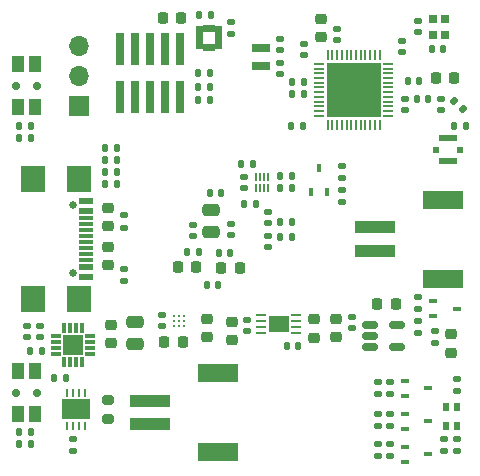
<source format=gts>
G04 #@! TF.GenerationSoftware,KiCad,Pcbnew,(6.0.0)*
G04 #@! TF.CreationDate,2022-06-18T15:13:31-07:00*
G04 #@! TF.ProjectId,max86141_Rev_A,6d617838-3631-4343-915f-5265765f412e,A*
G04 #@! TF.SameCoordinates,Original*
G04 #@! TF.FileFunction,Soldermask,Top*
G04 #@! TF.FilePolarity,Negative*
%FSLAX46Y46*%
G04 Gerber Fmt 4.6, Leading zero omitted, Abs format (unit mm)*
G04 Created by KiCad (PCBNEW (6.0.0)) date 2022-06-18 15:13:31*
%MOMM*%
%LPD*%
G01*
G04 APERTURE LIST*
G04 Aperture macros list*
%AMRoundRect*
0 Rectangle with rounded corners*
0 $1 Rounding radius*
0 $2 $3 $4 $5 $6 $7 $8 $9 X,Y pos of 4 corners*
0 Add a 4 corners polygon primitive as box body*
4,1,4,$2,$3,$4,$5,$6,$7,$8,$9,$2,$3,0*
0 Add four circle primitives for the rounded corners*
1,1,$1+$1,$2,$3*
1,1,$1+$1,$4,$5*
1,1,$1+$1,$6,$7*
1,1,$1+$1,$8,$9*
0 Add four rect primitives between the rounded corners*
20,1,$1+$1,$2,$3,$4,$5,0*
20,1,$1+$1,$4,$5,$6,$7,0*
20,1,$1+$1,$6,$7,$8,$9,0*
20,1,$1+$1,$8,$9,$2,$3,0*%
G04 Aperture macros list end*
%ADD10C,0.010000*%
%ADD11RoundRect,0.135000X-0.185000X0.135000X-0.185000X-0.135000X0.185000X-0.135000X0.185000X0.135000X0*%
%ADD12RoundRect,0.135000X-0.135000X-0.185000X0.135000X-0.185000X0.135000X0.185000X-0.135000X0.185000X0*%
%ADD13RoundRect,0.225000X0.225000X0.250000X-0.225000X0.250000X-0.225000X-0.250000X0.225000X-0.250000X0*%
%ADD14RoundRect,0.140000X-0.140000X-0.170000X0.140000X-0.170000X0.140000X0.170000X-0.140000X0.170000X0*%
%ADD15R,0.700000X0.450000*%
%ADD16R,0.600000X0.600000*%
%ADD17R,1.580000X0.580000*%
%ADD18R,0.500000X0.500000*%
%ADD19RoundRect,0.140000X0.170000X-0.140000X0.170000X0.140000X-0.170000X0.140000X-0.170000X-0.140000X0*%
%ADD20RoundRect,0.135000X0.135000X0.185000X-0.135000X0.185000X-0.135000X-0.185000X0.135000X-0.185000X0*%
%ADD21R,0.550000X0.800000*%
%ADD22R,0.450000X0.700000*%
%ADD23RoundRect,0.007800X0.122200X-0.422200X0.122200X0.422200X-0.122200X0.422200X-0.122200X-0.422200X0*%
%ADD24RoundRect,0.007800X0.422200X-0.122200X0.422200X0.122200X-0.422200X0.122200X-0.422200X-0.122200X0*%
%ADD25R,1.680000X1.680000*%
%ADD26RoundRect,0.225000X0.250000X-0.225000X0.250000X0.225000X-0.250000X0.225000X-0.250000X-0.225000X0*%
%ADD27RoundRect,0.140000X-0.170000X0.140000X-0.170000X-0.140000X0.170000X-0.140000X0.170000X0.140000X0*%
%ADD28RoundRect,0.225000X-0.225000X-0.250000X0.225000X-0.250000X0.225000X0.250000X-0.225000X0.250000X0*%
%ADD29RoundRect,0.135000X0.185000X-0.135000X0.185000X0.135000X-0.185000X0.135000X-0.185000X-0.135000X0*%
%ADD30R,0.740000X2.790000*%
%ADD31C,0.700000*%
%ADD32R,1.050000X1.400000*%
%ADD33RoundRect,0.250000X0.475000X-0.250000X0.475000X0.250000X-0.475000X0.250000X-0.475000X-0.250000X0*%
%ADD34R,3.500000X1.000000*%
%ADD35R,3.400001X1.500000*%
%ADD36RoundRect,0.140000X0.140000X0.170000X-0.140000X0.170000X-0.140000X-0.170000X0.140000X-0.170000X0*%
%ADD37RoundRect,0.225000X-0.250000X0.225000X-0.250000X-0.225000X0.250000X-0.225000X0.250000X0.225000X0*%
%ADD38R,0.700000X0.750000*%
%ADD39RoundRect,0.147500X-0.147500X-0.172500X0.147500X-0.172500X0.147500X0.172500X-0.147500X0.172500X0*%
%ADD40RoundRect,0.050000X-0.350000X-0.050000X0.350000X-0.050000X0.350000X0.050000X-0.350000X0.050000X0*%
%ADD41RoundRect,0.050000X-0.050000X-0.350000X0.050000X-0.350000X0.050000X0.350000X-0.050000X0.350000X0*%
%ADD42R,4.600000X4.600000*%
%ADD43RoundRect,0.150000X-0.512500X-0.150000X0.512500X-0.150000X0.512500X0.150000X-0.512500X0.150000X0*%
%ADD44RoundRect,0.218750X0.256250X-0.218750X0.256250X0.218750X-0.256250X0.218750X-0.256250X-0.218750X0*%
%ADD45C,0.650000*%
%ADD46R,1.150000X0.600000*%
%ADD47R,1.150000X0.300000*%
%ADD48R,2.000000X2.180000*%
%ADD49RoundRect,0.062500X-0.337500X-0.062500X0.337500X-0.062500X0.337500X0.062500X-0.337500X0.062500X0*%
%ADD50R,1.700000X1.400000*%
%ADD51R,1.500000X0.800000*%
%ADD52R,1.700000X1.700000*%
%ADD53O,1.700000X1.700000*%
%ADD54RoundRect,0.147500X0.147500X0.172500X-0.147500X0.172500X-0.147500X-0.172500X0.147500X-0.172500X0*%
%ADD55R,0.250000X0.700000*%
%ADD56R,2.380000X1.660000*%
%ADD57R,0.203200X0.660400*%
%ADD58RoundRect,0.218750X0.218750X0.256250X-0.218750X0.256250X-0.218750X-0.256250X0.218750X-0.256250X0*%
%ADD59C,0.315000*%
%ADD60RoundRect,0.200000X-0.275000X0.200000X-0.275000X-0.200000X0.275000X-0.200000X0.275000X0.200000X0*%
%ADD61RoundRect,0.135000X0.226274X0.035355X0.035355X0.226274X-0.226274X-0.035355X-0.035355X-0.226274X0*%
G04 APERTURE END LIST*
D10*
X146880000Y-93356000D02*
X146370000Y-93356000D01*
X146370000Y-93356000D02*
X146370000Y-92976000D01*
X146370000Y-92976000D02*
X146880000Y-92976000D01*
X146880000Y-92976000D02*
X146880000Y-93356000D01*
G36*
X146880000Y-93356000D02*
G01*
X146370000Y-93356000D01*
X146370000Y-92976000D01*
X146880000Y-92976000D01*
X146880000Y-93356000D01*
G37*
X146880000Y-93356000D02*
X146370000Y-93356000D01*
X146370000Y-92976000D01*
X146880000Y-92976000D01*
X146880000Y-93356000D01*
X148510000Y-92856000D02*
X148000000Y-92856000D01*
X148000000Y-92856000D02*
X148000000Y-92476000D01*
X148000000Y-92476000D02*
X148510000Y-92476000D01*
X148510000Y-92476000D02*
X148510000Y-92856000D01*
G36*
X148510000Y-92856000D02*
G01*
X148000000Y-92856000D01*
X148000000Y-92476000D01*
X148510000Y-92476000D01*
X148510000Y-92856000D01*
G37*
X148510000Y-92856000D02*
X148000000Y-92856000D01*
X148000000Y-92476000D01*
X148510000Y-92476000D01*
X148510000Y-92856000D01*
X147880000Y-92356000D02*
X147500000Y-92356000D01*
X147500000Y-92356000D02*
X147500000Y-91846000D01*
X147500000Y-91846000D02*
X147880000Y-91846000D01*
X147880000Y-91846000D02*
X147880000Y-92356000D01*
G36*
X147880000Y-92356000D02*
G01*
X147500000Y-92356000D01*
X147500000Y-91846000D01*
X147880000Y-91846000D01*
X147880000Y-92356000D01*
G37*
X147880000Y-92356000D02*
X147500000Y-92356000D01*
X147500000Y-91846000D01*
X147880000Y-91846000D01*
X147880000Y-92356000D01*
X147880000Y-93986000D02*
X147500000Y-93986000D01*
X147500000Y-93986000D02*
X147500000Y-93476000D01*
X147500000Y-93476000D02*
X147880000Y-93476000D01*
X147880000Y-93476000D02*
X147880000Y-93986000D01*
G36*
X147880000Y-93986000D02*
G01*
X147500000Y-93986000D01*
X147500000Y-93476000D01*
X147880000Y-93476000D01*
X147880000Y-93986000D01*
G37*
X147880000Y-93986000D02*
X147500000Y-93986000D01*
X147500000Y-93476000D01*
X147880000Y-93476000D01*
X147880000Y-93986000D01*
X147380000Y-92356000D02*
X147000000Y-92356000D01*
X147000000Y-92356000D02*
X147000000Y-91846000D01*
X147000000Y-91846000D02*
X147380000Y-91846000D01*
X147380000Y-91846000D02*
X147380000Y-92356000D01*
G36*
X147380000Y-92356000D02*
G01*
X147000000Y-92356000D01*
X147000000Y-91846000D01*
X147380000Y-91846000D01*
X147380000Y-92356000D01*
G37*
X147380000Y-92356000D02*
X147000000Y-92356000D01*
X147000000Y-91846000D01*
X147380000Y-91846000D01*
X147380000Y-92356000D01*
X147380000Y-93986000D02*
X147000000Y-93986000D01*
X147000000Y-93986000D02*
X147000000Y-93476000D01*
X147000000Y-93476000D02*
X147380000Y-93476000D01*
X147380000Y-93476000D02*
X147380000Y-93986000D01*
G36*
X147380000Y-93986000D02*
G01*
X147000000Y-93986000D01*
X147000000Y-93476000D01*
X147380000Y-93476000D01*
X147380000Y-93986000D01*
G37*
X147380000Y-93986000D02*
X147000000Y-93986000D01*
X147000000Y-93476000D01*
X147380000Y-93476000D01*
X147380000Y-93986000D01*
X146880000Y-92356000D02*
X146370000Y-92356000D01*
X146370000Y-92356000D02*
X146370000Y-91976000D01*
X146370000Y-91976000D02*
X146880000Y-91976000D01*
X146880000Y-91976000D02*
X146880000Y-92356000D01*
G36*
X146880000Y-92356000D02*
G01*
X146370000Y-92356000D01*
X146370000Y-91976000D01*
X146880000Y-91976000D01*
X146880000Y-92356000D01*
G37*
X146880000Y-92356000D02*
X146370000Y-92356000D01*
X146370000Y-91976000D01*
X146880000Y-91976000D01*
X146880000Y-92356000D01*
X148510000Y-93856000D02*
X148000000Y-93856000D01*
X148000000Y-93856000D02*
X148000000Y-93476000D01*
X148000000Y-93476000D02*
X148510000Y-93476000D01*
X148510000Y-93476000D02*
X148510000Y-93856000D01*
G36*
X148510000Y-93856000D02*
G01*
X148000000Y-93856000D01*
X148000000Y-93476000D01*
X148510000Y-93476000D01*
X148510000Y-93856000D01*
G37*
X148510000Y-93856000D02*
X148000000Y-93856000D01*
X148000000Y-93476000D01*
X148510000Y-93476000D01*
X148510000Y-93856000D01*
X146880000Y-93856000D02*
X146370000Y-93856000D01*
X146370000Y-93856000D02*
X146370000Y-93476000D01*
X146370000Y-93476000D02*
X146880000Y-93476000D01*
X146880000Y-93476000D02*
X146880000Y-93856000D01*
G36*
X146880000Y-93856000D02*
G01*
X146370000Y-93856000D01*
X146370000Y-93476000D01*
X146880000Y-93476000D01*
X146880000Y-93856000D01*
G37*
X146880000Y-93856000D02*
X146370000Y-93856000D01*
X146370000Y-93476000D01*
X146880000Y-93476000D01*
X146880000Y-93856000D01*
X148510000Y-93356000D02*
X148000000Y-93356000D01*
X148000000Y-93356000D02*
X148000000Y-92976000D01*
X148000000Y-92976000D02*
X148510000Y-92976000D01*
X148510000Y-92976000D02*
X148510000Y-93356000D01*
G36*
X148510000Y-93356000D02*
G01*
X148000000Y-93356000D01*
X148000000Y-92976000D01*
X148510000Y-92976000D01*
X148510000Y-93356000D01*
G37*
X148510000Y-93356000D02*
X148000000Y-93356000D01*
X148000000Y-92976000D01*
X148510000Y-92976000D01*
X148510000Y-93356000D01*
X148510000Y-92356000D02*
X148000000Y-92356000D01*
X148000000Y-92356000D02*
X148000000Y-91976000D01*
X148000000Y-91976000D02*
X148510000Y-91976000D01*
X148510000Y-91976000D02*
X148510000Y-92356000D01*
G36*
X148510000Y-92356000D02*
G01*
X148000000Y-92356000D01*
X148000000Y-91976000D01*
X148510000Y-91976000D01*
X148510000Y-92356000D01*
G37*
X148510000Y-92356000D02*
X148000000Y-92356000D01*
X148000000Y-91976000D01*
X148510000Y-91976000D01*
X148510000Y-92356000D01*
X146880000Y-92856000D02*
X146370000Y-92856000D01*
X146370000Y-92856000D02*
X146370000Y-92476000D01*
X146370000Y-92476000D02*
X146880000Y-92476000D01*
X146880000Y-92476000D02*
X146880000Y-92856000D01*
G36*
X146880000Y-92856000D02*
G01*
X146370000Y-92856000D01*
X146370000Y-92476000D01*
X146880000Y-92476000D01*
X146880000Y-92856000D01*
G37*
X146880000Y-92856000D02*
X146370000Y-92856000D01*
X146370000Y-92476000D01*
X146880000Y-92476000D01*
X146880000Y-92856000D01*
D11*
X165179000Y-114885000D03*
X165179000Y-115905000D03*
D12*
X146508000Y-95964000D03*
X147528000Y-95964000D03*
X154509000Y-97742000D03*
X155529000Y-97742000D03*
X138634000Y-104346000D03*
X139654000Y-104346000D03*
D13*
X146396000Y-112347000D03*
X144846000Y-112347000D03*
D14*
X166322000Y-93932000D03*
X167282000Y-93932000D03*
D11*
X140258800Y-112520000D03*
X140258800Y-113540000D03*
X162766000Y-124791000D03*
X162766000Y-125811000D03*
D15*
X166465000Y-115253000D03*
X166465000Y-116553000D03*
X168465000Y-115903000D03*
D16*
X168719000Y-102441000D03*
D17*
X167719000Y-103401000D03*
D18*
X166719000Y-102441000D03*
D17*
X167719000Y-101481000D03*
D19*
X146129000Y-109779000D03*
X146129000Y-108819000D03*
D20*
X154513000Y-108537000D03*
X153493000Y-108537000D03*
D21*
X167550000Y-125800000D03*
X168450000Y-125800000D03*
X168450000Y-124200000D03*
X167550000Y-124200000D03*
D22*
X156147000Y-105981000D03*
X157447000Y-105981000D03*
X156797000Y-103981000D03*
D12*
X132284000Y-119459000D03*
X133304000Y-119459000D03*
D13*
X145126000Y-91265000D03*
X143576000Y-91265000D03*
D23*
X135219000Y-120386000D03*
X135719000Y-120386000D03*
X136219000Y-120386000D03*
X136719000Y-120386000D03*
D24*
X137404000Y-119701000D03*
X137404000Y-119201000D03*
X137404000Y-118701000D03*
X137404000Y-118201000D03*
D23*
X136719000Y-117516000D03*
X136219000Y-117516000D03*
X135719000Y-117516000D03*
X135219000Y-117516000D03*
D24*
X134534000Y-118201000D03*
X134534000Y-118701000D03*
X134534000Y-119201000D03*
X134534000Y-119701000D03*
D25*
X135969000Y-118951000D03*
D19*
X163782000Y-94158000D03*
X163782000Y-93198000D03*
D26*
X156924000Y-92929000D03*
X156924000Y-91379000D03*
D20*
X154513000Y-109807000D03*
X153493000Y-109807000D03*
D19*
X153495000Y-96051000D03*
X153495000Y-95091000D03*
D27*
X149304000Y-108692000D03*
X149304000Y-109652000D03*
D19*
X143462000Y-117399000D03*
X143462000Y-116439000D03*
D11*
X162766000Y-122124000D03*
X162766000Y-123144000D03*
D12*
X138634000Y-102314000D03*
X139654000Y-102314000D03*
D28*
X148529000Y-112474000D03*
X150079000Y-112474000D03*
D29*
X161750000Y-128351000D03*
X161750000Y-127331000D03*
D15*
X164052000Y-124778000D03*
X164052000Y-126078000D03*
X166052000Y-125428000D03*
D27*
X159591000Y-116566000D03*
X159591000Y-117526000D03*
D30*
X144985994Y-93928994D03*
X144985994Y-97998994D03*
X143715994Y-93928994D03*
X143715994Y-97998994D03*
X142445994Y-93928994D03*
X142445994Y-97998994D03*
X141175994Y-93928994D03*
X141175994Y-97998994D03*
X139905994Y-93928994D03*
X139905994Y-97998994D03*
D14*
X146665000Y-91011000D03*
X147625000Y-91011000D03*
D31*
X132900000Y-123000000D03*
X131100000Y-123000000D03*
D32*
X132725000Y-121200000D03*
X131275000Y-121200000D03*
X131275000Y-124800000D03*
X132725000Y-124800000D03*
D12*
X146510000Y-98250000D03*
X147530000Y-98250000D03*
D33*
X147653000Y-109426000D03*
X147653000Y-107526000D03*
D27*
X165179000Y-91547000D03*
X165179000Y-92507000D03*
D34*
X161567000Y-111000000D03*
X161567000Y-109000000D03*
D35*
X167317001Y-106649999D03*
X167317001Y-113350001D03*
D11*
X158702000Y-105868000D03*
X158702000Y-106888000D03*
D13*
X163287000Y-115522000D03*
X161737000Y-115522000D03*
D36*
X146609000Y-111077000D03*
X145649000Y-111077000D03*
D29*
X158702000Y-104856000D03*
X158702000Y-103836000D03*
D27*
X153495000Y-93059000D03*
X153495000Y-94019000D03*
D12*
X154509000Y-96726000D03*
X155529000Y-96726000D03*
D20*
X132437600Y-127355600D03*
X131417600Y-127355600D03*
D29*
X135969000Y-127970000D03*
X135969000Y-126950000D03*
D27*
X164036000Y-98151000D03*
X164036000Y-99111000D03*
D37*
X138890000Y-107381000D03*
X138890000Y-108931000D03*
D26*
X139144000Y-118837000D03*
X139144000Y-117287000D03*
D38*
X166440500Y-91352000D03*
X166440500Y-92702000D03*
X167440500Y-92702000D03*
X167440500Y-91352000D03*
D20*
X151194000Y-103672900D03*
X150174000Y-103672900D03*
D19*
X152479000Y-108636000D03*
X152479000Y-107676000D03*
D39*
X147295000Y-113871000D03*
X148265000Y-113871000D03*
D40*
X156768000Y-95161000D03*
X156768000Y-95561000D03*
X156768000Y-95961000D03*
X156768000Y-96361000D03*
X156768000Y-96761000D03*
X156768000Y-97161000D03*
X156768000Y-97561000D03*
X156768000Y-97961000D03*
X156768000Y-98361000D03*
X156768000Y-98761000D03*
X156768000Y-99161000D03*
X156768000Y-99561000D03*
D41*
X157518000Y-100311000D03*
X157918000Y-100311000D03*
X158318000Y-100311000D03*
X158718000Y-100311000D03*
X159118000Y-100311000D03*
X159518000Y-100311000D03*
X159918000Y-100311000D03*
X160318000Y-100311000D03*
X160718000Y-100311000D03*
X161118000Y-100311000D03*
X161518000Y-100311000D03*
X161918000Y-100311000D03*
D40*
X162668000Y-99561000D03*
X162668000Y-99161000D03*
X162668000Y-98761000D03*
X162668000Y-98361000D03*
X162668000Y-97961000D03*
X162668000Y-97561000D03*
X162668000Y-97161000D03*
X162668000Y-96761000D03*
X162668000Y-96361000D03*
X162668000Y-95961000D03*
X162668000Y-95561000D03*
X162668000Y-95161000D03*
D41*
X161918000Y-94411000D03*
X161518000Y-94411000D03*
X161118000Y-94411000D03*
X160718000Y-94411000D03*
X160318000Y-94411000D03*
X159918000Y-94411000D03*
X159518000Y-94411000D03*
X159118000Y-94411000D03*
X158718000Y-94411000D03*
X158318000Y-94411000D03*
X157918000Y-94411000D03*
X157518000Y-94411000D03*
D42*
X159718000Y-97361000D03*
D43*
X161120500Y-117239000D03*
X161120500Y-118189000D03*
X161120500Y-119139000D03*
X163395500Y-119139000D03*
X163395500Y-117239000D03*
D11*
X168481000Y-126950000D03*
X168481000Y-127970000D03*
D27*
X150430000Y-104716900D03*
X150430000Y-105676900D03*
D36*
X151435000Y-107013000D03*
X150475000Y-107013000D03*
D27*
X152479000Y-109708000D03*
X152479000Y-110668000D03*
D44*
X168000000Y-119611500D03*
X168000000Y-118036500D03*
D14*
X131425000Y-100409000D03*
X132385000Y-100409000D03*
D12*
X134316000Y-121745000D03*
X135336000Y-121745000D03*
D11*
X167338000Y-126950000D03*
X167338000Y-127970000D03*
D45*
X136000000Y-107110000D03*
X136000000Y-112890000D03*
D46*
X137075000Y-106800000D03*
X137075000Y-107600000D03*
D47*
X137075000Y-108750000D03*
X137075000Y-109750000D03*
X137075000Y-110250000D03*
X137075000Y-111250000D03*
D46*
X137075000Y-113200000D03*
X137075000Y-112400000D03*
D47*
X137075000Y-111750000D03*
X137075000Y-110750000D03*
X137075000Y-109250000D03*
X137075000Y-108250000D03*
D48*
X132570000Y-115110000D03*
X136500000Y-115110000D03*
X136500000Y-104890000D03*
X132570000Y-104890000D03*
D26*
X147272000Y-118329000D03*
X147272000Y-116779000D03*
D36*
X148514000Y-106124000D03*
X147554000Y-106124000D03*
D12*
X146508000Y-97107000D03*
X147528000Y-97107000D03*
D49*
X151918000Y-116423000D03*
X151918000Y-116923000D03*
X151918000Y-117423000D03*
X151918000Y-117923000D03*
X154818000Y-117923000D03*
X154818000Y-117423000D03*
X154818000Y-116923000D03*
X154818000Y-116423000D03*
D50*
X153368000Y-117173000D03*
D11*
X162766000Y-127331000D03*
X162766000Y-128351000D03*
D36*
X165278000Y-96599000D03*
X164318000Y-96599000D03*
D15*
X164052000Y-121984000D03*
X164052000Y-123284000D03*
X166052000Y-122634000D03*
D36*
X155420000Y-100457000D03*
X154460000Y-100457000D03*
D14*
X131425000Y-126317000D03*
X132385000Y-126317000D03*
D33*
X141176000Y-118885000D03*
X141176000Y-116985000D03*
D34*
X142517000Y-125666000D03*
X142517000Y-123666000D03*
D35*
X148267001Y-128016001D03*
X148267001Y-121315999D03*
D27*
X158321000Y-92182000D03*
X158321000Y-93142000D03*
D11*
X165179000Y-116917000D03*
X165179000Y-117937000D03*
D51*
X151844000Y-95305000D03*
X151844000Y-93805000D03*
D11*
X161750000Y-122124000D03*
X161750000Y-123144000D03*
D12*
X138634000Y-103330000D03*
X139654000Y-103330000D03*
D26*
X138890000Y-112233000D03*
X138890000Y-110683000D03*
D27*
X133175000Y-117328000D03*
X133175000Y-118288000D03*
X155527000Y-93452000D03*
X155527000Y-94412000D03*
D20*
X154496000Y-105704900D03*
X153476000Y-105704900D03*
D27*
X132032000Y-117328000D03*
X132032000Y-118288000D03*
D29*
X168481000Y-122890000D03*
X168481000Y-121870000D03*
D15*
X164052000Y-127572000D03*
X164052000Y-128872000D03*
X166052000Y-128222000D03*
D52*
X136477000Y-98743000D03*
D53*
X136477000Y-96203000D03*
X136477000Y-93663000D03*
D11*
X140309600Y-107998800D03*
X140309600Y-109018800D03*
D54*
X166045000Y-98123000D03*
X165075000Y-98123000D03*
D37*
X158194000Y-116779000D03*
X158194000Y-118329000D03*
X156342000Y-116783000D03*
X156342000Y-118333000D03*
D20*
X132415000Y-101425000D03*
X131395000Y-101425000D03*
D36*
X169215000Y-100409000D03*
X168255000Y-100409000D03*
D55*
X136973000Y-123012000D03*
X136473000Y-123012000D03*
X135973000Y-123012000D03*
X135473000Y-123012000D03*
X135473000Y-125812000D03*
X135973000Y-125812000D03*
X136473000Y-125812000D03*
X136973000Y-125812000D03*
D56*
X136223000Y-124412000D03*
D37*
X149431000Y-117033000D03*
X149431000Y-118583000D03*
D57*
X151429001Y-105666794D03*
X151779000Y-105666794D03*
X152129002Y-105666794D03*
X152479001Y-105666794D03*
X152479001Y-104726994D03*
X152129002Y-104726994D03*
X151779000Y-104726994D03*
X151429001Y-104726994D03*
D11*
X161750000Y-124791000D03*
X161750000Y-125811000D03*
D31*
X131100000Y-97000000D03*
X132900000Y-97000000D03*
D32*
X132725000Y-95200000D03*
X131275000Y-95200000D03*
X131275000Y-98800000D03*
X132725000Y-98800000D03*
D58*
X145265500Y-118697000D03*
X143690500Y-118697000D03*
D29*
X166576000Y-118826000D03*
X166576000Y-117806000D03*
D59*
X145317693Y-117318994D03*
X144917693Y-117318994D03*
X144517693Y-117318994D03*
X145317693Y-116918994D03*
X144917693Y-116918994D03*
X144517693Y-116918994D03*
X145317693Y-116518994D03*
X144917693Y-116518994D03*
X144517693Y-116518994D03*
D14*
X148316000Y-111204000D03*
X149276000Y-111204000D03*
D60*
X138890000Y-123587000D03*
X138890000Y-125237000D03*
D61*
X168968624Y-98991624D03*
X168247376Y-98270376D03*
D12*
X138634000Y-105362000D03*
X139654000Y-105362000D03*
D27*
X150701000Y-116820000D03*
X150701000Y-117780000D03*
X167084000Y-98151000D03*
X167084000Y-99111000D03*
D29*
X149345000Y-92664000D03*
X149345000Y-91644000D03*
D20*
X154496000Y-104688900D03*
X153476000Y-104688900D03*
D13*
X168240000Y-96345000D03*
X166690000Y-96345000D03*
D36*
X155044000Y-119082000D03*
X154084000Y-119082000D03*
M02*

</source>
